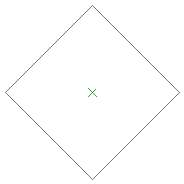
<source format=gbr>
%TF.GenerationSoftware,Altium Limited,Altium Designer,19.0.10 (269)*%
G04 Layer_Color=32896*
%FSLAX45Y45*%
%MOMM*%
%TF.FileFunction,Other,Courtyard_Top*%
%TF.Part,Single*%
G01*
G75*
%TA.AperFunction,NonConductor*%
%ADD57C,0.05000*%
%ADD58C,0.10000*%
D57*
X939800Y1864574D02*
X1678727Y2603500D01*
X200874D02*
X939800Y3342427D01*
X200874Y2603500D02*
X939800Y1864574D01*
Y3342427D02*
X1678727Y2603500D01*
D58*
X904445Y2638856D02*
X975155Y2568145D01*
X904445D02*
X975156Y2638856D01*
%TF.MD5,7393e6d7dc5d8d667bd8da6bac8fb877*%
M02*

</source>
